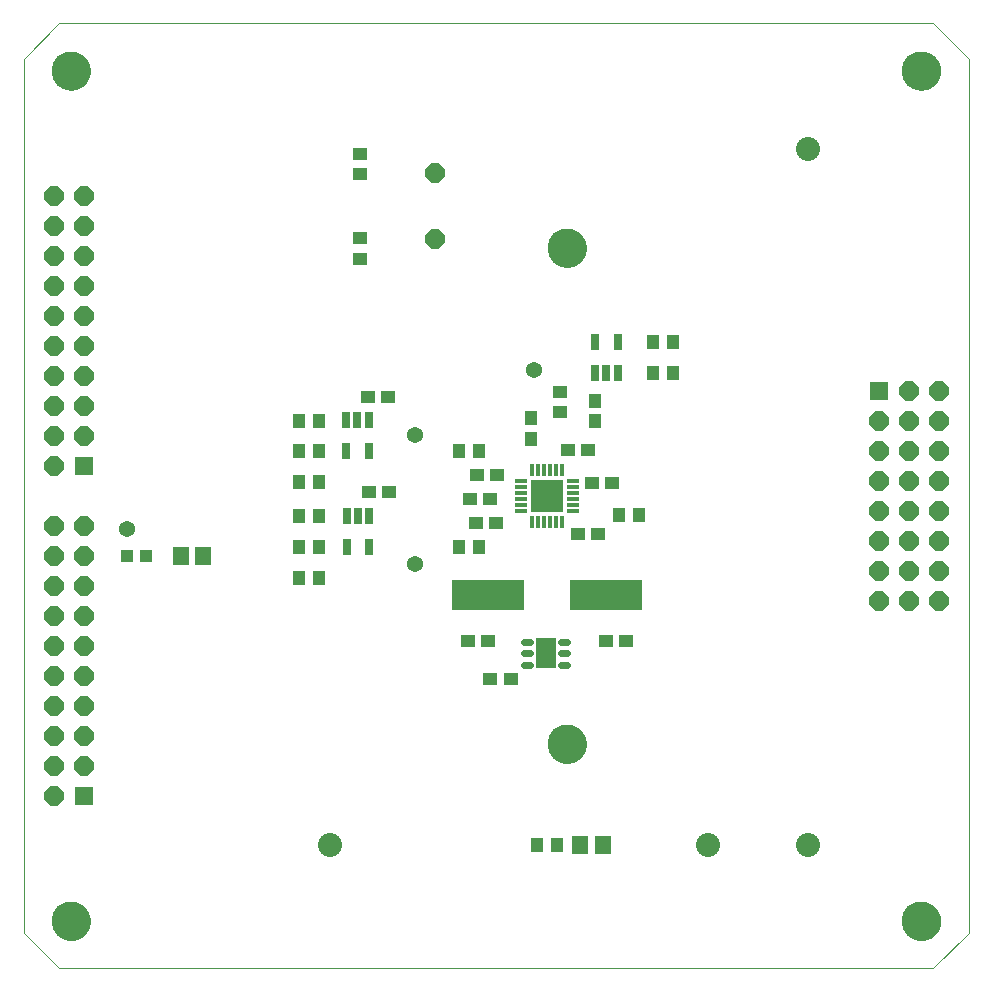
<source format=gts>
G75*
%MOIN*%
%OFA0B0*%
%FSLAX25Y25*%
%IPPOS*%
%LPD*%
%AMOC8*
5,1,8,0,0,1.08239X$1,22.5*
%
%ADD10R,0.04731X0.04337*%
%ADD11R,0.04337X0.04731*%
%ADD12R,0.05518X0.06306*%
%ADD13R,0.03943X0.03943*%
%ADD14C,0.05400*%
%ADD15R,0.04337X0.01660*%
%ADD16R,0.01660X0.04337*%
%ADD17R,0.11030X0.11030*%
%ADD18R,0.24022X0.10243*%
%ADD19C,0.02172*%
%ADD20R,0.06699X0.10243*%
%ADD21C,0.08000*%
%ADD22C,0.00000*%
%ADD23C,0.12998*%
%ADD24OC8,0.06400*%
%ADD25R,0.06400X0.06400*%
%ADD26R,0.02600X0.05400*%
D10*
X0164154Y0130000D03*
X0170846Y0130000D03*
X0171654Y0117500D03*
X0178346Y0117500D03*
X0210154Y0130000D03*
X0216846Y0130000D03*
X0207546Y0165800D03*
X0200854Y0165800D03*
X0205554Y0182800D03*
X0212246Y0182800D03*
X0204146Y0193900D03*
X0197454Y0193900D03*
X0194700Y0206354D03*
X0194700Y0213046D03*
X0173946Y0185500D03*
X0167254Y0185500D03*
X0164954Y0177500D03*
X0171646Y0177500D03*
X0173446Y0169500D03*
X0166754Y0169500D03*
X0137746Y0179700D03*
X0131054Y0179700D03*
X0130954Y0211600D03*
X0137646Y0211600D03*
X0128000Y0257654D03*
X0128000Y0264346D03*
X0128100Y0285954D03*
X0128100Y0292646D03*
D11*
X0206600Y0210246D03*
X0206600Y0203554D03*
X0225854Y0219500D03*
X0232546Y0219500D03*
X0232546Y0229700D03*
X0225854Y0229700D03*
X0185000Y0204346D03*
X0185000Y0197654D03*
X0167846Y0193500D03*
X0161154Y0193500D03*
X0161154Y0161500D03*
X0167846Y0161500D03*
X0214454Y0172100D03*
X0221146Y0172100D03*
X0114646Y0171800D03*
X0107954Y0171800D03*
X0107954Y0161600D03*
X0114646Y0161600D03*
X0114646Y0151100D03*
X0107954Y0151100D03*
X0107954Y0183000D03*
X0114646Y0183000D03*
X0114646Y0193500D03*
X0107954Y0193500D03*
X0107954Y0203600D03*
X0114646Y0203600D03*
X0187254Y0062200D03*
X0193946Y0062200D03*
D12*
X0201660Y0062200D03*
X0209140Y0062200D03*
X0075840Y0158500D03*
X0068360Y0158500D03*
D13*
X0056950Y0158500D03*
X0050650Y0158500D03*
D14*
X0050600Y0167600D03*
X0146400Y0155900D03*
X0146400Y0198900D03*
X0186100Y0220400D03*
D15*
X0181780Y0183421D03*
X0181780Y0181453D03*
X0181780Y0179484D03*
X0181780Y0177516D03*
X0181780Y0175547D03*
X0181780Y0173579D03*
X0199220Y0173579D03*
X0199220Y0175547D03*
X0199220Y0177516D03*
X0199220Y0179484D03*
X0199220Y0181453D03*
X0199220Y0183421D03*
D16*
X0195421Y0187220D03*
X0193453Y0187220D03*
X0191484Y0187220D03*
X0189516Y0187220D03*
X0187547Y0187220D03*
X0185579Y0187220D03*
X0185579Y0169780D03*
X0187547Y0169780D03*
X0189516Y0169780D03*
X0191484Y0169780D03*
X0193453Y0169780D03*
X0195421Y0169780D03*
D17*
X0190500Y0178500D03*
D18*
X0170815Y0145500D03*
X0210185Y0145500D03*
D19*
X0197184Y0129937D02*
X0195020Y0129937D01*
X0195020Y0126000D02*
X0197184Y0126000D01*
X0197184Y0122063D02*
X0195020Y0122063D01*
X0184980Y0122063D02*
X0182816Y0122063D01*
X0182816Y0126000D02*
X0184980Y0126000D01*
X0184980Y0129937D02*
X0182816Y0129937D01*
D20*
X0190000Y0126000D03*
D21*
X0244000Y0062000D03*
X0277600Y0062000D03*
X0118000Y0062000D03*
X0277600Y0294100D03*
D22*
X0016039Y0032850D02*
X0027850Y0021039D01*
X0319189Y0021039D01*
X0331000Y0032850D01*
X0331000Y0324189D01*
X0319189Y0336000D01*
X0027850Y0336000D01*
X0016039Y0324189D01*
X0016039Y0032850D01*
X0025488Y0036787D02*
X0025490Y0036945D01*
X0025496Y0037103D01*
X0025506Y0037261D01*
X0025520Y0037419D01*
X0025538Y0037576D01*
X0025559Y0037733D01*
X0025585Y0037889D01*
X0025615Y0038045D01*
X0025648Y0038200D01*
X0025686Y0038353D01*
X0025727Y0038506D01*
X0025772Y0038658D01*
X0025821Y0038809D01*
X0025874Y0038958D01*
X0025930Y0039106D01*
X0025990Y0039252D01*
X0026054Y0039397D01*
X0026122Y0039540D01*
X0026193Y0039682D01*
X0026267Y0039822D01*
X0026345Y0039959D01*
X0026427Y0040095D01*
X0026511Y0040229D01*
X0026600Y0040360D01*
X0026691Y0040489D01*
X0026786Y0040616D01*
X0026883Y0040741D01*
X0026984Y0040863D01*
X0027088Y0040982D01*
X0027195Y0041099D01*
X0027305Y0041213D01*
X0027418Y0041324D01*
X0027533Y0041433D01*
X0027651Y0041538D01*
X0027772Y0041640D01*
X0027895Y0041740D01*
X0028021Y0041836D01*
X0028149Y0041929D01*
X0028279Y0042019D01*
X0028412Y0042105D01*
X0028547Y0042189D01*
X0028683Y0042268D01*
X0028822Y0042345D01*
X0028963Y0042417D01*
X0029105Y0042487D01*
X0029249Y0042552D01*
X0029395Y0042614D01*
X0029542Y0042672D01*
X0029691Y0042727D01*
X0029841Y0042778D01*
X0029992Y0042825D01*
X0030144Y0042868D01*
X0030297Y0042907D01*
X0030452Y0042943D01*
X0030607Y0042974D01*
X0030763Y0043002D01*
X0030919Y0043026D01*
X0031076Y0043046D01*
X0031234Y0043062D01*
X0031391Y0043074D01*
X0031550Y0043082D01*
X0031708Y0043086D01*
X0031866Y0043086D01*
X0032024Y0043082D01*
X0032183Y0043074D01*
X0032340Y0043062D01*
X0032498Y0043046D01*
X0032655Y0043026D01*
X0032811Y0043002D01*
X0032967Y0042974D01*
X0033122Y0042943D01*
X0033277Y0042907D01*
X0033430Y0042868D01*
X0033582Y0042825D01*
X0033733Y0042778D01*
X0033883Y0042727D01*
X0034032Y0042672D01*
X0034179Y0042614D01*
X0034325Y0042552D01*
X0034469Y0042487D01*
X0034611Y0042417D01*
X0034752Y0042345D01*
X0034891Y0042268D01*
X0035027Y0042189D01*
X0035162Y0042105D01*
X0035295Y0042019D01*
X0035425Y0041929D01*
X0035553Y0041836D01*
X0035679Y0041740D01*
X0035802Y0041640D01*
X0035923Y0041538D01*
X0036041Y0041433D01*
X0036156Y0041324D01*
X0036269Y0041213D01*
X0036379Y0041099D01*
X0036486Y0040982D01*
X0036590Y0040863D01*
X0036691Y0040741D01*
X0036788Y0040616D01*
X0036883Y0040489D01*
X0036974Y0040360D01*
X0037063Y0040229D01*
X0037147Y0040095D01*
X0037229Y0039959D01*
X0037307Y0039822D01*
X0037381Y0039682D01*
X0037452Y0039540D01*
X0037520Y0039397D01*
X0037584Y0039252D01*
X0037644Y0039106D01*
X0037700Y0038958D01*
X0037753Y0038809D01*
X0037802Y0038658D01*
X0037847Y0038506D01*
X0037888Y0038353D01*
X0037926Y0038200D01*
X0037959Y0038045D01*
X0037989Y0037889D01*
X0038015Y0037733D01*
X0038036Y0037576D01*
X0038054Y0037419D01*
X0038068Y0037261D01*
X0038078Y0037103D01*
X0038084Y0036945D01*
X0038086Y0036787D01*
X0038084Y0036629D01*
X0038078Y0036471D01*
X0038068Y0036313D01*
X0038054Y0036155D01*
X0038036Y0035998D01*
X0038015Y0035841D01*
X0037989Y0035685D01*
X0037959Y0035529D01*
X0037926Y0035374D01*
X0037888Y0035221D01*
X0037847Y0035068D01*
X0037802Y0034916D01*
X0037753Y0034765D01*
X0037700Y0034616D01*
X0037644Y0034468D01*
X0037584Y0034322D01*
X0037520Y0034177D01*
X0037452Y0034034D01*
X0037381Y0033892D01*
X0037307Y0033752D01*
X0037229Y0033615D01*
X0037147Y0033479D01*
X0037063Y0033345D01*
X0036974Y0033214D01*
X0036883Y0033085D01*
X0036788Y0032958D01*
X0036691Y0032833D01*
X0036590Y0032711D01*
X0036486Y0032592D01*
X0036379Y0032475D01*
X0036269Y0032361D01*
X0036156Y0032250D01*
X0036041Y0032141D01*
X0035923Y0032036D01*
X0035802Y0031934D01*
X0035679Y0031834D01*
X0035553Y0031738D01*
X0035425Y0031645D01*
X0035295Y0031555D01*
X0035162Y0031469D01*
X0035027Y0031385D01*
X0034891Y0031306D01*
X0034752Y0031229D01*
X0034611Y0031157D01*
X0034469Y0031087D01*
X0034325Y0031022D01*
X0034179Y0030960D01*
X0034032Y0030902D01*
X0033883Y0030847D01*
X0033733Y0030796D01*
X0033582Y0030749D01*
X0033430Y0030706D01*
X0033277Y0030667D01*
X0033122Y0030631D01*
X0032967Y0030600D01*
X0032811Y0030572D01*
X0032655Y0030548D01*
X0032498Y0030528D01*
X0032340Y0030512D01*
X0032183Y0030500D01*
X0032024Y0030492D01*
X0031866Y0030488D01*
X0031708Y0030488D01*
X0031550Y0030492D01*
X0031391Y0030500D01*
X0031234Y0030512D01*
X0031076Y0030528D01*
X0030919Y0030548D01*
X0030763Y0030572D01*
X0030607Y0030600D01*
X0030452Y0030631D01*
X0030297Y0030667D01*
X0030144Y0030706D01*
X0029992Y0030749D01*
X0029841Y0030796D01*
X0029691Y0030847D01*
X0029542Y0030902D01*
X0029395Y0030960D01*
X0029249Y0031022D01*
X0029105Y0031087D01*
X0028963Y0031157D01*
X0028822Y0031229D01*
X0028683Y0031306D01*
X0028547Y0031385D01*
X0028412Y0031469D01*
X0028279Y0031555D01*
X0028149Y0031645D01*
X0028021Y0031738D01*
X0027895Y0031834D01*
X0027772Y0031934D01*
X0027651Y0032036D01*
X0027533Y0032141D01*
X0027418Y0032250D01*
X0027305Y0032361D01*
X0027195Y0032475D01*
X0027088Y0032592D01*
X0026984Y0032711D01*
X0026883Y0032833D01*
X0026786Y0032958D01*
X0026691Y0033085D01*
X0026600Y0033214D01*
X0026511Y0033345D01*
X0026427Y0033479D01*
X0026345Y0033615D01*
X0026267Y0033752D01*
X0026193Y0033892D01*
X0026122Y0034034D01*
X0026054Y0034177D01*
X0025990Y0034322D01*
X0025930Y0034468D01*
X0025874Y0034616D01*
X0025821Y0034765D01*
X0025772Y0034916D01*
X0025727Y0035068D01*
X0025686Y0035221D01*
X0025648Y0035374D01*
X0025615Y0035529D01*
X0025585Y0035685D01*
X0025559Y0035841D01*
X0025538Y0035998D01*
X0025520Y0036155D01*
X0025506Y0036313D01*
X0025496Y0036471D01*
X0025490Y0036629D01*
X0025488Y0036787D01*
X0190843Y0095843D02*
X0190845Y0096001D01*
X0190851Y0096159D01*
X0190861Y0096317D01*
X0190875Y0096475D01*
X0190893Y0096632D01*
X0190914Y0096789D01*
X0190940Y0096945D01*
X0190970Y0097101D01*
X0191003Y0097256D01*
X0191041Y0097409D01*
X0191082Y0097562D01*
X0191127Y0097714D01*
X0191176Y0097865D01*
X0191229Y0098014D01*
X0191285Y0098162D01*
X0191345Y0098308D01*
X0191409Y0098453D01*
X0191477Y0098596D01*
X0191548Y0098738D01*
X0191622Y0098878D01*
X0191700Y0099015D01*
X0191782Y0099151D01*
X0191866Y0099285D01*
X0191955Y0099416D01*
X0192046Y0099545D01*
X0192141Y0099672D01*
X0192238Y0099797D01*
X0192339Y0099919D01*
X0192443Y0100038D01*
X0192550Y0100155D01*
X0192660Y0100269D01*
X0192773Y0100380D01*
X0192888Y0100489D01*
X0193006Y0100594D01*
X0193127Y0100696D01*
X0193250Y0100796D01*
X0193376Y0100892D01*
X0193504Y0100985D01*
X0193634Y0101075D01*
X0193767Y0101161D01*
X0193902Y0101245D01*
X0194038Y0101324D01*
X0194177Y0101401D01*
X0194318Y0101473D01*
X0194460Y0101543D01*
X0194604Y0101608D01*
X0194750Y0101670D01*
X0194897Y0101728D01*
X0195046Y0101783D01*
X0195196Y0101834D01*
X0195347Y0101881D01*
X0195499Y0101924D01*
X0195652Y0101963D01*
X0195807Y0101999D01*
X0195962Y0102030D01*
X0196118Y0102058D01*
X0196274Y0102082D01*
X0196431Y0102102D01*
X0196589Y0102118D01*
X0196746Y0102130D01*
X0196905Y0102138D01*
X0197063Y0102142D01*
X0197221Y0102142D01*
X0197379Y0102138D01*
X0197538Y0102130D01*
X0197695Y0102118D01*
X0197853Y0102102D01*
X0198010Y0102082D01*
X0198166Y0102058D01*
X0198322Y0102030D01*
X0198477Y0101999D01*
X0198632Y0101963D01*
X0198785Y0101924D01*
X0198937Y0101881D01*
X0199088Y0101834D01*
X0199238Y0101783D01*
X0199387Y0101728D01*
X0199534Y0101670D01*
X0199680Y0101608D01*
X0199824Y0101543D01*
X0199966Y0101473D01*
X0200107Y0101401D01*
X0200246Y0101324D01*
X0200382Y0101245D01*
X0200517Y0101161D01*
X0200650Y0101075D01*
X0200780Y0100985D01*
X0200908Y0100892D01*
X0201034Y0100796D01*
X0201157Y0100696D01*
X0201278Y0100594D01*
X0201396Y0100489D01*
X0201511Y0100380D01*
X0201624Y0100269D01*
X0201734Y0100155D01*
X0201841Y0100038D01*
X0201945Y0099919D01*
X0202046Y0099797D01*
X0202143Y0099672D01*
X0202238Y0099545D01*
X0202329Y0099416D01*
X0202418Y0099285D01*
X0202502Y0099151D01*
X0202584Y0099015D01*
X0202662Y0098878D01*
X0202736Y0098738D01*
X0202807Y0098596D01*
X0202875Y0098453D01*
X0202939Y0098308D01*
X0202999Y0098162D01*
X0203055Y0098014D01*
X0203108Y0097865D01*
X0203157Y0097714D01*
X0203202Y0097562D01*
X0203243Y0097409D01*
X0203281Y0097256D01*
X0203314Y0097101D01*
X0203344Y0096945D01*
X0203370Y0096789D01*
X0203391Y0096632D01*
X0203409Y0096475D01*
X0203423Y0096317D01*
X0203433Y0096159D01*
X0203439Y0096001D01*
X0203441Y0095843D01*
X0203439Y0095685D01*
X0203433Y0095527D01*
X0203423Y0095369D01*
X0203409Y0095211D01*
X0203391Y0095054D01*
X0203370Y0094897D01*
X0203344Y0094741D01*
X0203314Y0094585D01*
X0203281Y0094430D01*
X0203243Y0094277D01*
X0203202Y0094124D01*
X0203157Y0093972D01*
X0203108Y0093821D01*
X0203055Y0093672D01*
X0202999Y0093524D01*
X0202939Y0093378D01*
X0202875Y0093233D01*
X0202807Y0093090D01*
X0202736Y0092948D01*
X0202662Y0092808D01*
X0202584Y0092671D01*
X0202502Y0092535D01*
X0202418Y0092401D01*
X0202329Y0092270D01*
X0202238Y0092141D01*
X0202143Y0092014D01*
X0202046Y0091889D01*
X0201945Y0091767D01*
X0201841Y0091648D01*
X0201734Y0091531D01*
X0201624Y0091417D01*
X0201511Y0091306D01*
X0201396Y0091197D01*
X0201278Y0091092D01*
X0201157Y0090990D01*
X0201034Y0090890D01*
X0200908Y0090794D01*
X0200780Y0090701D01*
X0200650Y0090611D01*
X0200517Y0090525D01*
X0200382Y0090441D01*
X0200246Y0090362D01*
X0200107Y0090285D01*
X0199966Y0090213D01*
X0199824Y0090143D01*
X0199680Y0090078D01*
X0199534Y0090016D01*
X0199387Y0089958D01*
X0199238Y0089903D01*
X0199088Y0089852D01*
X0198937Y0089805D01*
X0198785Y0089762D01*
X0198632Y0089723D01*
X0198477Y0089687D01*
X0198322Y0089656D01*
X0198166Y0089628D01*
X0198010Y0089604D01*
X0197853Y0089584D01*
X0197695Y0089568D01*
X0197538Y0089556D01*
X0197379Y0089548D01*
X0197221Y0089544D01*
X0197063Y0089544D01*
X0196905Y0089548D01*
X0196746Y0089556D01*
X0196589Y0089568D01*
X0196431Y0089584D01*
X0196274Y0089604D01*
X0196118Y0089628D01*
X0195962Y0089656D01*
X0195807Y0089687D01*
X0195652Y0089723D01*
X0195499Y0089762D01*
X0195347Y0089805D01*
X0195196Y0089852D01*
X0195046Y0089903D01*
X0194897Y0089958D01*
X0194750Y0090016D01*
X0194604Y0090078D01*
X0194460Y0090143D01*
X0194318Y0090213D01*
X0194177Y0090285D01*
X0194038Y0090362D01*
X0193902Y0090441D01*
X0193767Y0090525D01*
X0193634Y0090611D01*
X0193504Y0090701D01*
X0193376Y0090794D01*
X0193250Y0090890D01*
X0193127Y0090990D01*
X0193006Y0091092D01*
X0192888Y0091197D01*
X0192773Y0091306D01*
X0192660Y0091417D01*
X0192550Y0091531D01*
X0192443Y0091648D01*
X0192339Y0091767D01*
X0192238Y0091889D01*
X0192141Y0092014D01*
X0192046Y0092141D01*
X0191955Y0092270D01*
X0191866Y0092401D01*
X0191782Y0092535D01*
X0191700Y0092671D01*
X0191622Y0092808D01*
X0191548Y0092948D01*
X0191477Y0093090D01*
X0191409Y0093233D01*
X0191345Y0093378D01*
X0191285Y0093524D01*
X0191229Y0093672D01*
X0191176Y0093821D01*
X0191127Y0093972D01*
X0191082Y0094124D01*
X0191041Y0094277D01*
X0191003Y0094430D01*
X0190970Y0094585D01*
X0190940Y0094741D01*
X0190914Y0094897D01*
X0190893Y0095054D01*
X0190875Y0095211D01*
X0190861Y0095369D01*
X0190851Y0095527D01*
X0190845Y0095685D01*
X0190843Y0095843D01*
X0308953Y0036787D02*
X0308955Y0036945D01*
X0308961Y0037103D01*
X0308971Y0037261D01*
X0308985Y0037419D01*
X0309003Y0037576D01*
X0309024Y0037733D01*
X0309050Y0037889D01*
X0309080Y0038045D01*
X0309113Y0038200D01*
X0309151Y0038353D01*
X0309192Y0038506D01*
X0309237Y0038658D01*
X0309286Y0038809D01*
X0309339Y0038958D01*
X0309395Y0039106D01*
X0309455Y0039252D01*
X0309519Y0039397D01*
X0309587Y0039540D01*
X0309658Y0039682D01*
X0309732Y0039822D01*
X0309810Y0039959D01*
X0309892Y0040095D01*
X0309976Y0040229D01*
X0310065Y0040360D01*
X0310156Y0040489D01*
X0310251Y0040616D01*
X0310348Y0040741D01*
X0310449Y0040863D01*
X0310553Y0040982D01*
X0310660Y0041099D01*
X0310770Y0041213D01*
X0310883Y0041324D01*
X0310998Y0041433D01*
X0311116Y0041538D01*
X0311237Y0041640D01*
X0311360Y0041740D01*
X0311486Y0041836D01*
X0311614Y0041929D01*
X0311744Y0042019D01*
X0311877Y0042105D01*
X0312012Y0042189D01*
X0312148Y0042268D01*
X0312287Y0042345D01*
X0312428Y0042417D01*
X0312570Y0042487D01*
X0312714Y0042552D01*
X0312860Y0042614D01*
X0313007Y0042672D01*
X0313156Y0042727D01*
X0313306Y0042778D01*
X0313457Y0042825D01*
X0313609Y0042868D01*
X0313762Y0042907D01*
X0313917Y0042943D01*
X0314072Y0042974D01*
X0314228Y0043002D01*
X0314384Y0043026D01*
X0314541Y0043046D01*
X0314699Y0043062D01*
X0314856Y0043074D01*
X0315015Y0043082D01*
X0315173Y0043086D01*
X0315331Y0043086D01*
X0315489Y0043082D01*
X0315648Y0043074D01*
X0315805Y0043062D01*
X0315963Y0043046D01*
X0316120Y0043026D01*
X0316276Y0043002D01*
X0316432Y0042974D01*
X0316587Y0042943D01*
X0316742Y0042907D01*
X0316895Y0042868D01*
X0317047Y0042825D01*
X0317198Y0042778D01*
X0317348Y0042727D01*
X0317497Y0042672D01*
X0317644Y0042614D01*
X0317790Y0042552D01*
X0317934Y0042487D01*
X0318076Y0042417D01*
X0318217Y0042345D01*
X0318356Y0042268D01*
X0318492Y0042189D01*
X0318627Y0042105D01*
X0318760Y0042019D01*
X0318890Y0041929D01*
X0319018Y0041836D01*
X0319144Y0041740D01*
X0319267Y0041640D01*
X0319388Y0041538D01*
X0319506Y0041433D01*
X0319621Y0041324D01*
X0319734Y0041213D01*
X0319844Y0041099D01*
X0319951Y0040982D01*
X0320055Y0040863D01*
X0320156Y0040741D01*
X0320253Y0040616D01*
X0320348Y0040489D01*
X0320439Y0040360D01*
X0320528Y0040229D01*
X0320612Y0040095D01*
X0320694Y0039959D01*
X0320772Y0039822D01*
X0320846Y0039682D01*
X0320917Y0039540D01*
X0320985Y0039397D01*
X0321049Y0039252D01*
X0321109Y0039106D01*
X0321165Y0038958D01*
X0321218Y0038809D01*
X0321267Y0038658D01*
X0321312Y0038506D01*
X0321353Y0038353D01*
X0321391Y0038200D01*
X0321424Y0038045D01*
X0321454Y0037889D01*
X0321480Y0037733D01*
X0321501Y0037576D01*
X0321519Y0037419D01*
X0321533Y0037261D01*
X0321543Y0037103D01*
X0321549Y0036945D01*
X0321551Y0036787D01*
X0321549Y0036629D01*
X0321543Y0036471D01*
X0321533Y0036313D01*
X0321519Y0036155D01*
X0321501Y0035998D01*
X0321480Y0035841D01*
X0321454Y0035685D01*
X0321424Y0035529D01*
X0321391Y0035374D01*
X0321353Y0035221D01*
X0321312Y0035068D01*
X0321267Y0034916D01*
X0321218Y0034765D01*
X0321165Y0034616D01*
X0321109Y0034468D01*
X0321049Y0034322D01*
X0320985Y0034177D01*
X0320917Y0034034D01*
X0320846Y0033892D01*
X0320772Y0033752D01*
X0320694Y0033615D01*
X0320612Y0033479D01*
X0320528Y0033345D01*
X0320439Y0033214D01*
X0320348Y0033085D01*
X0320253Y0032958D01*
X0320156Y0032833D01*
X0320055Y0032711D01*
X0319951Y0032592D01*
X0319844Y0032475D01*
X0319734Y0032361D01*
X0319621Y0032250D01*
X0319506Y0032141D01*
X0319388Y0032036D01*
X0319267Y0031934D01*
X0319144Y0031834D01*
X0319018Y0031738D01*
X0318890Y0031645D01*
X0318760Y0031555D01*
X0318627Y0031469D01*
X0318492Y0031385D01*
X0318356Y0031306D01*
X0318217Y0031229D01*
X0318076Y0031157D01*
X0317934Y0031087D01*
X0317790Y0031022D01*
X0317644Y0030960D01*
X0317497Y0030902D01*
X0317348Y0030847D01*
X0317198Y0030796D01*
X0317047Y0030749D01*
X0316895Y0030706D01*
X0316742Y0030667D01*
X0316587Y0030631D01*
X0316432Y0030600D01*
X0316276Y0030572D01*
X0316120Y0030548D01*
X0315963Y0030528D01*
X0315805Y0030512D01*
X0315648Y0030500D01*
X0315489Y0030492D01*
X0315331Y0030488D01*
X0315173Y0030488D01*
X0315015Y0030492D01*
X0314856Y0030500D01*
X0314699Y0030512D01*
X0314541Y0030528D01*
X0314384Y0030548D01*
X0314228Y0030572D01*
X0314072Y0030600D01*
X0313917Y0030631D01*
X0313762Y0030667D01*
X0313609Y0030706D01*
X0313457Y0030749D01*
X0313306Y0030796D01*
X0313156Y0030847D01*
X0313007Y0030902D01*
X0312860Y0030960D01*
X0312714Y0031022D01*
X0312570Y0031087D01*
X0312428Y0031157D01*
X0312287Y0031229D01*
X0312148Y0031306D01*
X0312012Y0031385D01*
X0311877Y0031469D01*
X0311744Y0031555D01*
X0311614Y0031645D01*
X0311486Y0031738D01*
X0311360Y0031834D01*
X0311237Y0031934D01*
X0311116Y0032036D01*
X0310998Y0032141D01*
X0310883Y0032250D01*
X0310770Y0032361D01*
X0310660Y0032475D01*
X0310553Y0032592D01*
X0310449Y0032711D01*
X0310348Y0032833D01*
X0310251Y0032958D01*
X0310156Y0033085D01*
X0310065Y0033214D01*
X0309976Y0033345D01*
X0309892Y0033479D01*
X0309810Y0033615D01*
X0309732Y0033752D01*
X0309658Y0033892D01*
X0309587Y0034034D01*
X0309519Y0034177D01*
X0309455Y0034322D01*
X0309395Y0034468D01*
X0309339Y0034616D01*
X0309286Y0034765D01*
X0309237Y0034916D01*
X0309192Y0035068D01*
X0309151Y0035221D01*
X0309113Y0035374D01*
X0309080Y0035529D01*
X0309050Y0035685D01*
X0309024Y0035841D01*
X0309003Y0035998D01*
X0308985Y0036155D01*
X0308971Y0036313D01*
X0308961Y0036471D01*
X0308955Y0036629D01*
X0308953Y0036787D01*
X0190843Y0261197D02*
X0190845Y0261355D01*
X0190851Y0261513D01*
X0190861Y0261671D01*
X0190875Y0261829D01*
X0190893Y0261986D01*
X0190914Y0262143D01*
X0190940Y0262299D01*
X0190970Y0262455D01*
X0191003Y0262610D01*
X0191041Y0262763D01*
X0191082Y0262916D01*
X0191127Y0263068D01*
X0191176Y0263219D01*
X0191229Y0263368D01*
X0191285Y0263516D01*
X0191345Y0263662D01*
X0191409Y0263807D01*
X0191477Y0263950D01*
X0191548Y0264092D01*
X0191622Y0264232D01*
X0191700Y0264369D01*
X0191782Y0264505D01*
X0191866Y0264639D01*
X0191955Y0264770D01*
X0192046Y0264899D01*
X0192141Y0265026D01*
X0192238Y0265151D01*
X0192339Y0265273D01*
X0192443Y0265392D01*
X0192550Y0265509D01*
X0192660Y0265623D01*
X0192773Y0265734D01*
X0192888Y0265843D01*
X0193006Y0265948D01*
X0193127Y0266050D01*
X0193250Y0266150D01*
X0193376Y0266246D01*
X0193504Y0266339D01*
X0193634Y0266429D01*
X0193767Y0266515D01*
X0193902Y0266599D01*
X0194038Y0266678D01*
X0194177Y0266755D01*
X0194318Y0266827D01*
X0194460Y0266897D01*
X0194604Y0266962D01*
X0194750Y0267024D01*
X0194897Y0267082D01*
X0195046Y0267137D01*
X0195196Y0267188D01*
X0195347Y0267235D01*
X0195499Y0267278D01*
X0195652Y0267317D01*
X0195807Y0267353D01*
X0195962Y0267384D01*
X0196118Y0267412D01*
X0196274Y0267436D01*
X0196431Y0267456D01*
X0196589Y0267472D01*
X0196746Y0267484D01*
X0196905Y0267492D01*
X0197063Y0267496D01*
X0197221Y0267496D01*
X0197379Y0267492D01*
X0197538Y0267484D01*
X0197695Y0267472D01*
X0197853Y0267456D01*
X0198010Y0267436D01*
X0198166Y0267412D01*
X0198322Y0267384D01*
X0198477Y0267353D01*
X0198632Y0267317D01*
X0198785Y0267278D01*
X0198937Y0267235D01*
X0199088Y0267188D01*
X0199238Y0267137D01*
X0199387Y0267082D01*
X0199534Y0267024D01*
X0199680Y0266962D01*
X0199824Y0266897D01*
X0199966Y0266827D01*
X0200107Y0266755D01*
X0200246Y0266678D01*
X0200382Y0266599D01*
X0200517Y0266515D01*
X0200650Y0266429D01*
X0200780Y0266339D01*
X0200908Y0266246D01*
X0201034Y0266150D01*
X0201157Y0266050D01*
X0201278Y0265948D01*
X0201396Y0265843D01*
X0201511Y0265734D01*
X0201624Y0265623D01*
X0201734Y0265509D01*
X0201841Y0265392D01*
X0201945Y0265273D01*
X0202046Y0265151D01*
X0202143Y0265026D01*
X0202238Y0264899D01*
X0202329Y0264770D01*
X0202418Y0264639D01*
X0202502Y0264505D01*
X0202584Y0264369D01*
X0202662Y0264232D01*
X0202736Y0264092D01*
X0202807Y0263950D01*
X0202875Y0263807D01*
X0202939Y0263662D01*
X0202999Y0263516D01*
X0203055Y0263368D01*
X0203108Y0263219D01*
X0203157Y0263068D01*
X0203202Y0262916D01*
X0203243Y0262763D01*
X0203281Y0262610D01*
X0203314Y0262455D01*
X0203344Y0262299D01*
X0203370Y0262143D01*
X0203391Y0261986D01*
X0203409Y0261829D01*
X0203423Y0261671D01*
X0203433Y0261513D01*
X0203439Y0261355D01*
X0203441Y0261197D01*
X0203439Y0261039D01*
X0203433Y0260881D01*
X0203423Y0260723D01*
X0203409Y0260565D01*
X0203391Y0260408D01*
X0203370Y0260251D01*
X0203344Y0260095D01*
X0203314Y0259939D01*
X0203281Y0259784D01*
X0203243Y0259631D01*
X0203202Y0259478D01*
X0203157Y0259326D01*
X0203108Y0259175D01*
X0203055Y0259026D01*
X0202999Y0258878D01*
X0202939Y0258732D01*
X0202875Y0258587D01*
X0202807Y0258444D01*
X0202736Y0258302D01*
X0202662Y0258162D01*
X0202584Y0258025D01*
X0202502Y0257889D01*
X0202418Y0257755D01*
X0202329Y0257624D01*
X0202238Y0257495D01*
X0202143Y0257368D01*
X0202046Y0257243D01*
X0201945Y0257121D01*
X0201841Y0257002D01*
X0201734Y0256885D01*
X0201624Y0256771D01*
X0201511Y0256660D01*
X0201396Y0256551D01*
X0201278Y0256446D01*
X0201157Y0256344D01*
X0201034Y0256244D01*
X0200908Y0256148D01*
X0200780Y0256055D01*
X0200650Y0255965D01*
X0200517Y0255879D01*
X0200382Y0255795D01*
X0200246Y0255716D01*
X0200107Y0255639D01*
X0199966Y0255567D01*
X0199824Y0255497D01*
X0199680Y0255432D01*
X0199534Y0255370D01*
X0199387Y0255312D01*
X0199238Y0255257D01*
X0199088Y0255206D01*
X0198937Y0255159D01*
X0198785Y0255116D01*
X0198632Y0255077D01*
X0198477Y0255041D01*
X0198322Y0255010D01*
X0198166Y0254982D01*
X0198010Y0254958D01*
X0197853Y0254938D01*
X0197695Y0254922D01*
X0197538Y0254910D01*
X0197379Y0254902D01*
X0197221Y0254898D01*
X0197063Y0254898D01*
X0196905Y0254902D01*
X0196746Y0254910D01*
X0196589Y0254922D01*
X0196431Y0254938D01*
X0196274Y0254958D01*
X0196118Y0254982D01*
X0195962Y0255010D01*
X0195807Y0255041D01*
X0195652Y0255077D01*
X0195499Y0255116D01*
X0195347Y0255159D01*
X0195196Y0255206D01*
X0195046Y0255257D01*
X0194897Y0255312D01*
X0194750Y0255370D01*
X0194604Y0255432D01*
X0194460Y0255497D01*
X0194318Y0255567D01*
X0194177Y0255639D01*
X0194038Y0255716D01*
X0193902Y0255795D01*
X0193767Y0255879D01*
X0193634Y0255965D01*
X0193504Y0256055D01*
X0193376Y0256148D01*
X0193250Y0256244D01*
X0193127Y0256344D01*
X0193006Y0256446D01*
X0192888Y0256551D01*
X0192773Y0256660D01*
X0192660Y0256771D01*
X0192550Y0256885D01*
X0192443Y0257002D01*
X0192339Y0257121D01*
X0192238Y0257243D01*
X0192141Y0257368D01*
X0192046Y0257495D01*
X0191955Y0257624D01*
X0191866Y0257755D01*
X0191782Y0257889D01*
X0191700Y0258025D01*
X0191622Y0258162D01*
X0191548Y0258302D01*
X0191477Y0258444D01*
X0191409Y0258587D01*
X0191345Y0258732D01*
X0191285Y0258878D01*
X0191229Y0259026D01*
X0191176Y0259175D01*
X0191127Y0259326D01*
X0191082Y0259478D01*
X0191041Y0259631D01*
X0191003Y0259784D01*
X0190970Y0259939D01*
X0190940Y0260095D01*
X0190914Y0260251D01*
X0190893Y0260408D01*
X0190875Y0260565D01*
X0190861Y0260723D01*
X0190851Y0260881D01*
X0190845Y0261039D01*
X0190843Y0261197D01*
X0308953Y0320252D02*
X0308955Y0320410D01*
X0308961Y0320568D01*
X0308971Y0320726D01*
X0308985Y0320884D01*
X0309003Y0321041D01*
X0309024Y0321198D01*
X0309050Y0321354D01*
X0309080Y0321510D01*
X0309113Y0321665D01*
X0309151Y0321818D01*
X0309192Y0321971D01*
X0309237Y0322123D01*
X0309286Y0322274D01*
X0309339Y0322423D01*
X0309395Y0322571D01*
X0309455Y0322717D01*
X0309519Y0322862D01*
X0309587Y0323005D01*
X0309658Y0323147D01*
X0309732Y0323287D01*
X0309810Y0323424D01*
X0309892Y0323560D01*
X0309976Y0323694D01*
X0310065Y0323825D01*
X0310156Y0323954D01*
X0310251Y0324081D01*
X0310348Y0324206D01*
X0310449Y0324328D01*
X0310553Y0324447D01*
X0310660Y0324564D01*
X0310770Y0324678D01*
X0310883Y0324789D01*
X0310998Y0324898D01*
X0311116Y0325003D01*
X0311237Y0325105D01*
X0311360Y0325205D01*
X0311486Y0325301D01*
X0311614Y0325394D01*
X0311744Y0325484D01*
X0311877Y0325570D01*
X0312012Y0325654D01*
X0312148Y0325733D01*
X0312287Y0325810D01*
X0312428Y0325882D01*
X0312570Y0325952D01*
X0312714Y0326017D01*
X0312860Y0326079D01*
X0313007Y0326137D01*
X0313156Y0326192D01*
X0313306Y0326243D01*
X0313457Y0326290D01*
X0313609Y0326333D01*
X0313762Y0326372D01*
X0313917Y0326408D01*
X0314072Y0326439D01*
X0314228Y0326467D01*
X0314384Y0326491D01*
X0314541Y0326511D01*
X0314699Y0326527D01*
X0314856Y0326539D01*
X0315015Y0326547D01*
X0315173Y0326551D01*
X0315331Y0326551D01*
X0315489Y0326547D01*
X0315648Y0326539D01*
X0315805Y0326527D01*
X0315963Y0326511D01*
X0316120Y0326491D01*
X0316276Y0326467D01*
X0316432Y0326439D01*
X0316587Y0326408D01*
X0316742Y0326372D01*
X0316895Y0326333D01*
X0317047Y0326290D01*
X0317198Y0326243D01*
X0317348Y0326192D01*
X0317497Y0326137D01*
X0317644Y0326079D01*
X0317790Y0326017D01*
X0317934Y0325952D01*
X0318076Y0325882D01*
X0318217Y0325810D01*
X0318356Y0325733D01*
X0318492Y0325654D01*
X0318627Y0325570D01*
X0318760Y0325484D01*
X0318890Y0325394D01*
X0319018Y0325301D01*
X0319144Y0325205D01*
X0319267Y0325105D01*
X0319388Y0325003D01*
X0319506Y0324898D01*
X0319621Y0324789D01*
X0319734Y0324678D01*
X0319844Y0324564D01*
X0319951Y0324447D01*
X0320055Y0324328D01*
X0320156Y0324206D01*
X0320253Y0324081D01*
X0320348Y0323954D01*
X0320439Y0323825D01*
X0320528Y0323694D01*
X0320612Y0323560D01*
X0320694Y0323424D01*
X0320772Y0323287D01*
X0320846Y0323147D01*
X0320917Y0323005D01*
X0320985Y0322862D01*
X0321049Y0322717D01*
X0321109Y0322571D01*
X0321165Y0322423D01*
X0321218Y0322274D01*
X0321267Y0322123D01*
X0321312Y0321971D01*
X0321353Y0321818D01*
X0321391Y0321665D01*
X0321424Y0321510D01*
X0321454Y0321354D01*
X0321480Y0321198D01*
X0321501Y0321041D01*
X0321519Y0320884D01*
X0321533Y0320726D01*
X0321543Y0320568D01*
X0321549Y0320410D01*
X0321551Y0320252D01*
X0321549Y0320094D01*
X0321543Y0319936D01*
X0321533Y0319778D01*
X0321519Y0319620D01*
X0321501Y0319463D01*
X0321480Y0319306D01*
X0321454Y0319150D01*
X0321424Y0318994D01*
X0321391Y0318839D01*
X0321353Y0318686D01*
X0321312Y0318533D01*
X0321267Y0318381D01*
X0321218Y0318230D01*
X0321165Y0318081D01*
X0321109Y0317933D01*
X0321049Y0317787D01*
X0320985Y0317642D01*
X0320917Y0317499D01*
X0320846Y0317357D01*
X0320772Y0317217D01*
X0320694Y0317080D01*
X0320612Y0316944D01*
X0320528Y0316810D01*
X0320439Y0316679D01*
X0320348Y0316550D01*
X0320253Y0316423D01*
X0320156Y0316298D01*
X0320055Y0316176D01*
X0319951Y0316057D01*
X0319844Y0315940D01*
X0319734Y0315826D01*
X0319621Y0315715D01*
X0319506Y0315606D01*
X0319388Y0315501D01*
X0319267Y0315399D01*
X0319144Y0315299D01*
X0319018Y0315203D01*
X0318890Y0315110D01*
X0318760Y0315020D01*
X0318627Y0314934D01*
X0318492Y0314850D01*
X0318356Y0314771D01*
X0318217Y0314694D01*
X0318076Y0314622D01*
X0317934Y0314552D01*
X0317790Y0314487D01*
X0317644Y0314425D01*
X0317497Y0314367D01*
X0317348Y0314312D01*
X0317198Y0314261D01*
X0317047Y0314214D01*
X0316895Y0314171D01*
X0316742Y0314132D01*
X0316587Y0314096D01*
X0316432Y0314065D01*
X0316276Y0314037D01*
X0316120Y0314013D01*
X0315963Y0313993D01*
X0315805Y0313977D01*
X0315648Y0313965D01*
X0315489Y0313957D01*
X0315331Y0313953D01*
X0315173Y0313953D01*
X0315015Y0313957D01*
X0314856Y0313965D01*
X0314699Y0313977D01*
X0314541Y0313993D01*
X0314384Y0314013D01*
X0314228Y0314037D01*
X0314072Y0314065D01*
X0313917Y0314096D01*
X0313762Y0314132D01*
X0313609Y0314171D01*
X0313457Y0314214D01*
X0313306Y0314261D01*
X0313156Y0314312D01*
X0313007Y0314367D01*
X0312860Y0314425D01*
X0312714Y0314487D01*
X0312570Y0314552D01*
X0312428Y0314622D01*
X0312287Y0314694D01*
X0312148Y0314771D01*
X0312012Y0314850D01*
X0311877Y0314934D01*
X0311744Y0315020D01*
X0311614Y0315110D01*
X0311486Y0315203D01*
X0311360Y0315299D01*
X0311237Y0315399D01*
X0311116Y0315501D01*
X0310998Y0315606D01*
X0310883Y0315715D01*
X0310770Y0315826D01*
X0310660Y0315940D01*
X0310553Y0316057D01*
X0310449Y0316176D01*
X0310348Y0316298D01*
X0310251Y0316423D01*
X0310156Y0316550D01*
X0310065Y0316679D01*
X0309976Y0316810D01*
X0309892Y0316944D01*
X0309810Y0317080D01*
X0309732Y0317217D01*
X0309658Y0317357D01*
X0309587Y0317499D01*
X0309519Y0317642D01*
X0309455Y0317787D01*
X0309395Y0317933D01*
X0309339Y0318081D01*
X0309286Y0318230D01*
X0309237Y0318381D01*
X0309192Y0318533D01*
X0309151Y0318686D01*
X0309113Y0318839D01*
X0309080Y0318994D01*
X0309050Y0319150D01*
X0309024Y0319306D01*
X0309003Y0319463D01*
X0308985Y0319620D01*
X0308971Y0319778D01*
X0308961Y0319936D01*
X0308955Y0320094D01*
X0308953Y0320252D01*
X0025488Y0320252D02*
X0025490Y0320410D01*
X0025496Y0320568D01*
X0025506Y0320726D01*
X0025520Y0320884D01*
X0025538Y0321041D01*
X0025559Y0321198D01*
X0025585Y0321354D01*
X0025615Y0321510D01*
X0025648Y0321665D01*
X0025686Y0321818D01*
X0025727Y0321971D01*
X0025772Y0322123D01*
X0025821Y0322274D01*
X0025874Y0322423D01*
X0025930Y0322571D01*
X0025990Y0322717D01*
X0026054Y0322862D01*
X0026122Y0323005D01*
X0026193Y0323147D01*
X0026267Y0323287D01*
X0026345Y0323424D01*
X0026427Y0323560D01*
X0026511Y0323694D01*
X0026600Y0323825D01*
X0026691Y0323954D01*
X0026786Y0324081D01*
X0026883Y0324206D01*
X0026984Y0324328D01*
X0027088Y0324447D01*
X0027195Y0324564D01*
X0027305Y0324678D01*
X0027418Y0324789D01*
X0027533Y0324898D01*
X0027651Y0325003D01*
X0027772Y0325105D01*
X0027895Y0325205D01*
X0028021Y0325301D01*
X0028149Y0325394D01*
X0028279Y0325484D01*
X0028412Y0325570D01*
X0028547Y0325654D01*
X0028683Y0325733D01*
X0028822Y0325810D01*
X0028963Y0325882D01*
X0029105Y0325952D01*
X0029249Y0326017D01*
X0029395Y0326079D01*
X0029542Y0326137D01*
X0029691Y0326192D01*
X0029841Y0326243D01*
X0029992Y0326290D01*
X0030144Y0326333D01*
X0030297Y0326372D01*
X0030452Y0326408D01*
X0030607Y0326439D01*
X0030763Y0326467D01*
X0030919Y0326491D01*
X0031076Y0326511D01*
X0031234Y0326527D01*
X0031391Y0326539D01*
X0031550Y0326547D01*
X0031708Y0326551D01*
X0031866Y0326551D01*
X0032024Y0326547D01*
X0032183Y0326539D01*
X0032340Y0326527D01*
X0032498Y0326511D01*
X0032655Y0326491D01*
X0032811Y0326467D01*
X0032967Y0326439D01*
X0033122Y0326408D01*
X0033277Y0326372D01*
X0033430Y0326333D01*
X0033582Y0326290D01*
X0033733Y0326243D01*
X0033883Y0326192D01*
X0034032Y0326137D01*
X0034179Y0326079D01*
X0034325Y0326017D01*
X0034469Y0325952D01*
X0034611Y0325882D01*
X0034752Y0325810D01*
X0034891Y0325733D01*
X0035027Y0325654D01*
X0035162Y0325570D01*
X0035295Y0325484D01*
X0035425Y0325394D01*
X0035553Y0325301D01*
X0035679Y0325205D01*
X0035802Y0325105D01*
X0035923Y0325003D01*
X0036041Y0324898D01*
X0036156Y0324789D01*
X0036269Y0324678D01*
X0036379Y0324564D01*
X0036486Y0324447D01*
X0036590Y0324328D01*
X0036691Y0324206D01*
X0036788Y0324081D01*
X0036883Y0323954D01*
X0036974Y0323825D01*
X0037063Y0323694D01*
X0037147Y0323560D01*
X0037229Y0323424D01*
X0037307Y0323287D01*
X0037381Y0323147D01*
X0037452Y0323005D01*
X0037520Y0322862D01*
X0037584Y0322717D01*
X0037644Y0322571D01*
X0037700Y0322423D01*
X0037753Y0322274D01*
X0037802Y0322123D01*
X0037847Y0321971D01*
X0037888Y0321818D01*
X0037926Y0321665D01*
X0037959Y0321510D01*
X0037989Y0321354D01*
X0038015Y0321198D01*
X0038036Y0321041D01*
X0038054Y0320884D01*
X0038068Y0320726D01*
X0038078Y0320568D01*
X0038084Y0320410D01*
X0038086Y0320252D01*
X0038084Y0320094D01*
X0038078Y0319936D01*
X0038068Y0319778D01*
X0038054Y0319620D01*
X0038036Y0319463D01*
X0038015Y0319306D01*
X0037989Y0319150D01*
X0037959Y0318994D01*
X0037926Y0318839D01*
X0037888Y0318686D01*
X0037847Y0318533D01*
X0037802Y0318381D01*
X0037753Y0318230D01*
X0037700Y0318081D01*
X0037644Y0317933D01*
X0037584Y0317787D01*
X0037520Y0317642D01*
X0037452Y0317499D01*
X0037381Y0317357D01*
X0037307Y0317217D01*
X0037229Y0317080D01*
X0037147Y0316944D01*
X0037063Y0316810D01*
X0036974Y0316679D01*
X0036883Y0316550D01*
X0036788Y0316423D01*
X0036691Y0316298D01*
X0036590Y0316176D01*
X0036486Y0316057D01*
X0036379Y0315940D01*
X0036269Y0315826D01*
X0036156Y0315715D01*
X0036041Y0315606D01*
X0035923Y0315501D01*
X0035802Y0315399D01*
X0035679Y0315299D01*
X0035553Y0315203D01*
X0035425Y0315110D01*
X0035295Y0315020D01*
X0035162Y0314934D01*
X0035027Y0314850D01*
X0034891Y0314771D01*
X0034752Y0314694D01*
X0034611Y0314622D01*
X0034469Y0314552D01*
X0034325Y0314487D01*
X0034179Y0314425D01*
X0034032Y0314367D01*
X0033883Y0314312D01*
X0033733Y0314261D01*
X0033582Y0314214D01*
X0033430Y0314171D01*
X0033277Y0314132D01*
X0033122Y0314096D01*
X0032967Y0314065D01*
X0032811Y0314037D01*
X0032655Y0314013D01*
X0032498Y0313993D01*
X0032340Y0313977D01*
X0032183Y0313965D01*
X0032024Y0313957D01*
X0031866Y0313953D01*
X0031708Y0313953D01*
X0031550Y0313957D01*
X0031391Y0313965D01*
X0031234Y0313977D01*
X0031076Y0313993D01*
X0030919Y0314013D01*
X0030763Y0314037D01*
X0030607Y0314065D01*
X0030452Y0314096D01*
X0030297Y0314132D01*
X0030144Y0314171D01*
X0029992Y0314214D01*
X0029841Y0314261D01*
X0029691Y0314312D01*
X0029542Y0314367D01*
X0029395Y0314425D01*
X0029249Y0314487D01*
X0029105Y0314552D01*
X0028963Y0314622D01*
X0028822Y0314694D01*
X0028683Y0314771D01*
X0028547Y0314850D01*
X0028412Y0314934D01*
X0028279Y0315020D01*
X0028149Y0315110D01*
X0028021Y0315203D01*
X0027895Y0315299D01*
X0027772Y0315399D01*
X0027651Y0315501D01*
X0027533Y0315606D01*
X0027418Y0315715D01*
X0027305Y0315826D01*
X0027195Y0315940D01*
X0027088Y0316057D01*
X0026984Y0316176D01*
X0026883Y0316298D01*
X0026786Y0316423D01*
X0026691Y0316550D01*
X0026600Y0316679D01*
X0026511Y0316810D01*
X0026427Y0316944D01*
X0026345Y0317080D01*
X0026267Y0317217D01*
X0026193Y0317357D01*
X0026122Y0317499D01*
X0026054Y0317642D01*
X0025990Y0317787D01*
X0025930Y0317933D01*
X0025874Y0318081D01*
X0025821Y0318230D01*
X0025772Y0318381D01*
X0025727Y0318533D01*
X0025686Y0318686D01*
X0025648Y0318839D01*
X0025615Y0318994D01*
X0025585Y0319150D01*
X0025559Y0319306D01*
X0025538Y0319463D01*
X0025520Y0319620D01*
X0025506Y0319778D01*
X0025496Y0319936D01*
X0025490Y0320094D01*
X0025488Y0320252D01*
D23*
X0031787Y0320252D03*
X0197142Y0261197D03*
X0315252Y0320252D03*
X0197142Y0095843D03*
X0315252Y0036787D03*
X0031787Y0036787D03*
D24*
X0026000Y0078500D03*
X0026000Y0088500D03*
X0036000Y0088500D03*
X0036000Y0098500D03*
X0036000Y0108500D03*
X0026000Y0108500D03*
X0026000Y0098500D03*
X0026000Y0118500D03*
X0036000Y0118500D03*
X0036000Y0128500D03*
X0026000Y0128500D03*
X0026000Y0138500D03*
X0036000Y0138500D03*
X0036000Y0148500D03*
X0026000Y0148500D03*
X0026000Y0158500D03*
X0036000Y0158500D03*
X0036000Y0168500D03*
X0026000Y0168500D03*
X0026000Y0188500D03*
X0026000Y0198500D03*
X0036000Y0198500D03*
X0036000Y0208500D03*
X0026000Y0208500D03*
X0026000Y0218500D03*
X0036000Y0218500D03*
X0036000Y0228500D03*
X0036000Y0238500D03*
X0026000Y0238500D03*
X0026000Y0228500D03*
X0026000Y0248500D03*
X0036000Y0248500D03*
X0036000Y0258500D03*
X0026000Y0258500D03*
X0026000Y0268500D03*
X0036000Y0268500D03*
X0036000Y0278500D03*
X0026000Y0278500D03*
X0153000Y0286000D03*
X0153000Y0264000D03*
X0301000Y0203500D03*
X0301000Y0193500D03*
X0311000Y0193500D03*
X0311000Y0203500D03*
X0311000Y0213500D03*
X0321000Y0213500D03*
X0321000Y0203500D03*
X0321000Y0193500D03*
X0321000Y0183500D03*
X0321000Y0173500D03*
X0321000Y0163500D03*
X0321000Y0153500D03*
X0321000Y0143500D03*
X0311000Y0143500D03*
X0301000Y0143500D03*
X0301000Y0153500D03*
X0311000Y0153500D03*
X0311000Y0163500D03*
X0301000Y0163500D03*
X0301000Y0173500D03*
X0311000Y0173500D03*
X0311000Y0183500D03*
X0301000Y0183500D03*
D25*
X0301000Y0213500D03*
X0036000Y0188500D03*
X0036000Y0078500D03*
D26*
X0123700Y0161600D03*
X0131100Y0161600D03*
X0131100Y0171800D03*
X0127400Y0171800D03*
X0123700Y0171800D03*
X0123600Y0193500D03*
X0131000Y0193500D03*
X0131000Y0203700D03*
X0127300Y0203700D03*
X0123600Y0203700D03*
X0206600Y0219500D03*
X0210300Y0219500D03*
X0214000Y0219500D03*
X0214000Y0229700D03*
X0206600Y0229700D03*
M02*

</source>
